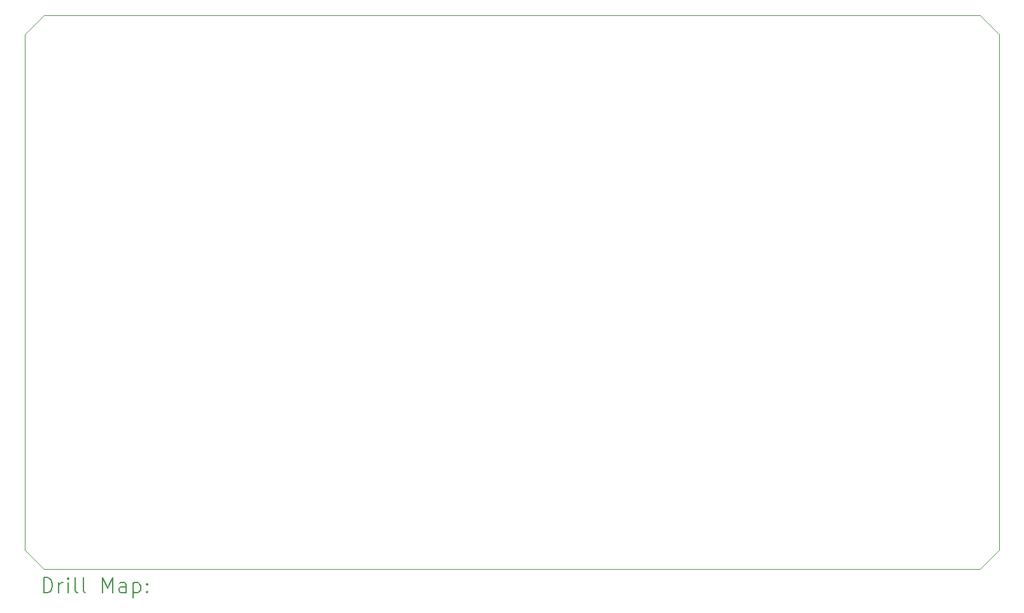
<source format=gbr>
%FSLAX45Y45*%
G04 Gerber Fmt 4.5, Leading zero omitted, Abs format (unit mm)*
G04 Created by KiCad (PCBNEW (6.0.0)) date 2022-01-14 02:18:14*
%MOMM*%
%LPD*%
G01*
G04 APERTURE LIST*
%TA.AperFunction,Profile*%
%ADD10C,0.100000*%
%TD*%
%ADD11C,0.200000*%
G04 APERTURE END LIST*
D10*
X14478000Y-9652000D02*
X14224000Y-9652000D01*
X14732000Y-9398000D02*
X14478000Y-9652000D01*
X14732000Y-9144000D02*
X14732000Y-9398000D01*
X14224000Y-2286000D02*
X14478000Y-2286000D01*
X14732000Y-2540000D02*
X14732000Y-2794000D01*
X14478000Y-2286000D02*
X14732000Y-2540000D01*
X1778000Y-2540000D02*
X1778000Y-2794000D01*
X2032000Y-2286000D02*
X1778000Y-2540000D01*
X2286000Y-2286000D02*
X2032000Y-2286000D01*
X2032000Y-9652000D02*
X2286000Y-9652000D01*
X1778000Y-9398000D02*
X2032000Y-9652000D01*
X1778000Y-9144000D02*
X1778000Y-9398000D01*
X2286000Y-9652000D02*
X14224000Y-9652000D01*
X2286000Y-2286000D02*
X14224000Y-2286000D01*
X1778000Y-9144000D02*
X1778000Y-2794000D01*
X14732000Y-2794000D02*
X14732000Y-9144000D01*
D11*
X2030619Y-9967476D02*
X2030619Y-9767476D01*
X2078238Y-9767476D01*
X2106810Y-9777000D01*
X2125857Y-9796048D01*
X2135381Y-9815095D01*
X2144905Y-9853190D01*
X2144905Y-9881762D01*
X2135381Y-9919857D01*
X2125857Y-9938905D01*
X2106810Y-9957952D01*
X2078238Y-9967476D01*
X2030619Y-9967476D01*
X2230619Y-9967476D02*
X2230619Y-9834143D01*
X2230619Y-9872238D02*
X2240143Y-9853190D01*
X2249667Y-9843667D01*
X2268714Y-9834143D01*
X2287762Y-9834143D01*
X2354429Y-9967476D02*
X2354429Y-9834143D01*
X2354429Y-9767476D02*
X2344905Y-9777000D01*
X2354429Y-9786524D01*
X2363952Y-9777000D01*
X2354429Y-9767476D01*
X2354429Y-9786524D01*
X2478238Y-9967476D02*
X2459190Y-9957952D01*
X2449667Y-9938905D01*
X2449667Y-9767476D01*
X2583000Y-9967476D02*
X2563952Y-9957952D01*
X2554429Y-9938905D01*
X2554429Y-9767476D01*
X2811571Y-9967476D02*
X2811571Y-9767476D01*
X2878238Y-9910333D01*
X2944905Y-9767476D01*
X2944905Y-9967476D01*
X3125857Y-9967476D02*
X3125857Y-9862714D01*
X3116333Y-9843667D01*
X3097286Y-9834143D01*
X3059190Y-9834143D01*
X3040143Y-9843667D01*
X3125857Y-9957952D02*
X3106809Y-9967476D01*
X3059190Y-9967476D01*
X3040143Y-9957952D01*
X3030619Y-9938905D01*
X3030619Y-9919857D01*
X3040143Y-9900810D01*
X3059190Y-9891286D01*
X3106809Y-9891286D01*
X3125857Y-9881762D01*
X3221095Y-9834143D02*
X3221095Y-10034143D01*
X3221095Y-9843667D02*
X3240143Y-9834143D01*
X3278238Y-9834143D01*
X3297286Y-9843667D01*
X3306809Y-9853190D01*
X3316333Y-9872238D01*
X3316333Y-9929381D01*
X3306809Y-9948429D01*
X3297286Y-9957952D01*
X3278238Y-9967476D01*
X3240143Y-9967476D01*
X3221095Y-9957952D01*
X3402048Y-9948429D02*
X3411571Y-9957952D01*
X3402048Y-9967476D01*
X3392524Y-9957952D01*
X3402048Y-9948429D01*
X3402048Y-9967476D01*
X3402048Y-9843667D02*
X3411571Y-9853190D01*
X3402048Y-9862714D01*
X3392524Y-9853190D01*
X3402048Y-9843667D01*
X3402048Y-9862714D01*
M02*

</source>
